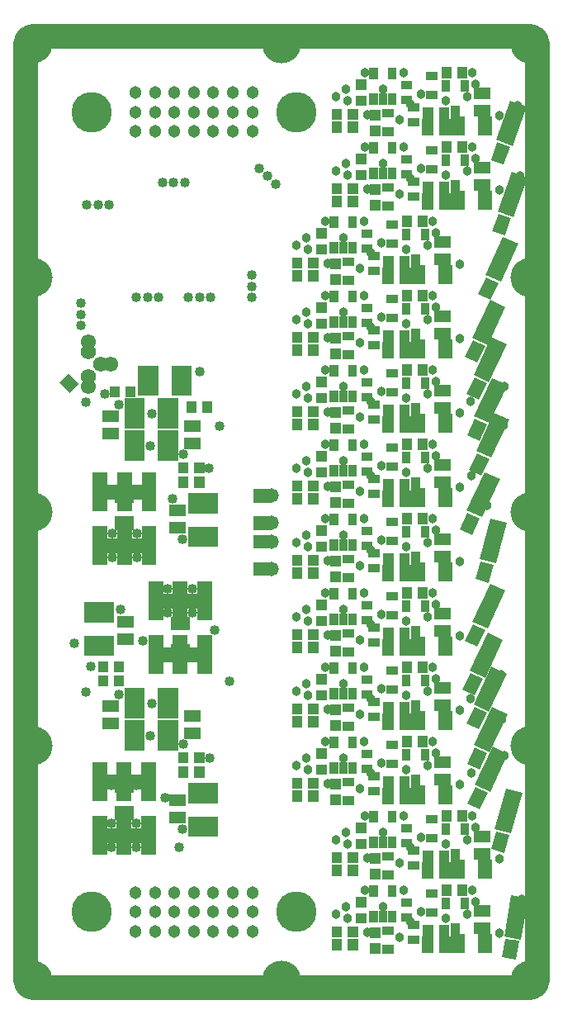
<source format=gbr>
G04 start of page 10 for group -4063 idx -4063 *
G04 Title: HETPREAMPS, componentmask *
G04 Creator: pcb 1.99z *
G04 CreationDate: Mi 04 Jun 2014 09:27:22 GMT UTC *
G04 For: stephan *
G04 Format: Gerber/RS-274X *
G04 PCB-Dimensions (mil): 2952.76 4724.41 *
G04 PCB-Coordinate-Origin: lower left *
%MOIN*%
%FSLAX25Y25*%
%LNTOPMASK*%
%ADD157R,0.0820X0.0820*%
%ADD156R,0.0594X0.0594*%
%ADD155C,0.0984*%
%ADD154R,0.0560X0.0560*%
%ADD153R,0.0460X0.0460*%
%ADD152C,0.0001*%
%ADD151R,0.0340X0.0340*%
%ADD150R,0.0410X0.0410*%
%ADD149C,0.0610*%
%ADD148C,0.0580*%
%ADD147C,0.0400*%
%ADD146C,0.0380*%
%ADD145C,0.0613*%
%ADD144C,0.1575*%
%ADD143C,0.0531*%
%ADD142C,0.1635*%
%ADD141C,0.0513*%
G54D141*X112204Y82678D03*
X120078D03*
X127952D03*
X135826D03*
X88582D03*
X96456D03*
X104330D03*
X135826Y66930D03*
Y74804D03*
X127952Y66930D03*
G54D142*X153543Y74804D03*
G54D141*X88582D03*
X96456Y66930D03*
X104330D03*
X112204D03*
X120078D03*
X88582D03*
X96456Y74804D03*
X104330D03*
X112204D03*
X120078D03*
X127952D03*
G54D142*X70865D03*
G54D143*X58071Y44291D03*
X65945D03*
X73819D03*
X81693D03*
X89567D03*
X97441D03*
X105315D03*
G54D144*X47244Y47244D03*
G54D143*X113189Y44291D03*
X121063D03*
X128937D03*
X136811D03*
G54D144*X147638Y47244D03*
G54D143*X44291Y59055D03*
Y66929D03*
Y74803D03*
Y82677D03*
Y90551D03*
Y98425D03*
Y106299D03*
Y114173D03*
Y122047D03*
G54D142*X153543Y397638D03*
G54D143*X158465Y428150D03*
X166339D03*
G54D144*X147638Y425197D03*
G54D141*X112204Y389764D03*
Y397638D03*
X104330Y389764D03*
Y397638D03*
Y405512D03*
G54D143*X105315Y428150D03*
G54D141*X96456Y389764D03*
Y397638D03*
Y405512D03*
G54D143*X97441Y428150D03*
G54D141*X88582Y389764D03*
Y397638D03*
G54D142*X70865D03*
G54D141*X88582Y405512D03*
G54D143*X58071Y428150D03*
X65945D03*
X73819D03*
X81693D03*
X89567D03*
G54D141*X112204Y405512D03*
G54D143*X113189Y428150D03*
X121063D03*
X128937D03*
X136811D03*
G54D141*X135826Y389764D03*
X127952D03*
X135826Y397638D03*
X120078Y389764D03*
X127952Y397638D03*
X120078D03*
X127952Y405512D03*
X120078D03*
X135826D03*
G54D143*X250984Y389764D03*
Y397638D03*
Y405512D03*
Y413386D03*
X174213Y428150D03*
X182087D03*
X189961D03*
X197835D03*
X205709D03*
X213583D03*
X221457D03*
X229331D03*
X237205D03*
G54D144*X248031Y425197D03*
G54D143*X158465Y44291D03*
X166339D03*
X174213D03*
X182087D03*
X189961D03*
X197835D03*
X205709D03*
X213583D03*
X221457D03*
X229331D03*
X237205D03*
X250984Y59055D03*
Y66929D03*
Y74803D03*
Y82677D03*
Y90551D03*
Y98425D03*
G54D144*X248031Y47244D03*
G54D143*X250984Y106299D03*
Y114173D03*
Y122047D03*
Y129921D03*
Y153543D03*
Y161417D03*
Y169291D03*
Y177165D03*
G54D144*X248031Y141732D03*
G54D143*X250984Y185039D03*
Y192913D03*
Y200787D03*
Y208661D03*
Y216535D03*
Y224409D03*
Y248031D03*
G54D144*X248031Y236220D03*
G54D143*X250984Y255906D03*
Y263780D03*
Y271654D03*
Y279528D03*
Y287402D03*
Y295276D03*
Y303150D03*
Y311024D03*
Y318898D03*
G54D144*X248031Y330709D03*
G54D143*X250984Y342520D03*
Y350394D03*
Y358268D03*
Y366142D03*
Y374016D03*
Y381890D03*
X44291Y129921D03*
Y153543D03*
Y161417D03*
Y169291D03*
Y177165D03*
Y185039D03*
Y192913D03*
Y200787D03*
G54D144*X47244Y141732D03*
G54D143*X44291Y208661D03*
Y216535D03*
Y224409D03*
Y248031D03*
G54D144*X47244Y236220D03*
Y330709D03*
G54D145*X69500Y290941D03*
X74500Y295941D03*
X69500Y300941D03*
G54D144*X47244Y425197D03*
G54D143*X44291Y255906D03*
Y263780D03*
Y271654D03*
Y279528D03*
Y287402D03*
Y295276D03*
Y303150D03*
Y311024D03*
Y318898D03*
Y342520D03*
Y350394D03*
Y358268D03*
Y366142D03*
Y374016D03*
Y381890D03*
Y389764D03*
Y397638D03*
Y405512D03*
Y413386D03*
G54D146*X237500Y137941D03*
X210000Y138941D03*
X219500Y156191D03*
X188000Y134691D03*
X198000Y132191D03*
X206500Y133691D03*
X183750Y130941D03*
X240500Y120441D03*
X244750Y79691D03*
X235500Y96191D03*
X195250Y64441D03*
X235500Y66191D03*
X224500Y83441D03*
X197000D03*
X222500Y73691D03*
X226000Y78941D03*
X214000Y72191D03*
X204000Y74691D03*
Y104691D03*
X195250Y94441D03*
X199750Y100941D03*
X214000Y102191D03*
X224500Y113441D03*
X226000Y108941D03*
X222500Y103691D03*
X219500Y126191D03*
X199750Y70941D03*
X182250Y66441D03*
X188750Y76691D03*
X197000Y113441D03*
X188750Y106691D03*
X182250Y96441D03*
X181250Y83441D03*
X173500Y76941D03*
X174250Y72191D03*
X169750Y73691D03*
Y103691D03*
X174250Y102191D03*
X173500Y106941D03*
X181250Y113441D03*
X179250Y124441D03*
G54D147*X100500Y120691D03*
G54D146*X166250Y126441D03*
G54D147*X108000Y142441D03*
X118500Y136941D03*
X107500Y108191D03*
X89000Y110441D03*
X106250Y100941D03*
X89000Y100691D03*
X94750Y145941D03*
X79000Y100691D03*
Y110441D03*
G54D146*X224000Y280941D03*
X224250Y250941D03*
Y130941D03*
X224000Y160941D03*
X237500Y286941D03*
X237250Y271191D03*
X230750Y238941D03*
X234250Y229441D03*
X233250Y202691D03*
X232250Y182941D03*
X236250Y170441D03*
X236500Y152441D03*
X243000Y400191D03*
X244000Y371691D03*
X238750Y342691D03*
X233500Y317191D03*
X234000Y302191D03*
X235500Y366191D03*
Y396191D03*
X224500Y383441D03*
Y413441D03*
X226000Y408941D03*
X222500Y403691D03*
X226000Y378941D03*
X222500Y373691D03*
X153750Y133691D03*
Y163691D03*
X158250Y162191D03*
Y132191D03*
X157500Y136941D03*
X172750Y136691D03*
X157500Y166941D03*
X165250Y173441D03*
X172750Y166691D03*
X166250Y156441D03*
G54D147*X79000Y125941D03*
X89000D03*
X126500Y167941D03*
X70750Y173691D03*
X68500Y163441D03*
X82000Y162441D03*
X95250Y158941D03*
G54D146*X181000Y143441D03*
X208500D03*
X165250D03*
X181000Y173441D03*
X208500D03*
X179250Y154441D03*
X188000Y164691D03*
X198000Y162191D03*
X210000Y168941D03*
X206500Y163691D03*
X183750Y160941D03*
X153750Y193691D03*
X158250Y192191D03*
X157500Y196941D03*
X165250Y203441D03*
X172750Y196691D03*
X166250Y186441D03*
X181000Y203441D03*
X179250Y184441D03*
X181000Y233441D03*
X179250Y214441D03*
X153750Y223691D03*
X158250Y222191D03*
X157500Y226941D03*
X165250Y233441D03*
X172750Y226691D03*
X166250Y216441D03*
G54D148*X143500Y213191D03*
Y224191D03*
Y231691D03*
Y242691D03*
G54D147*X82500Y196691D03*
X64000Y183191D03*
X91500Y184191D03*
X115000Y178691D03*
X120750Y188441D03*
X112250Y178691D03*
X111750Y195441D03*
Y205191D03*
X101750D03*
X107500Y225191D03*
X101750Y195441D03*
X79750Y243691D03*
X79250Y217691D03*
Y227441D03*
X89000Y243691D03*
X89250Y227441D03*
Y217691D03*
X103500Y241441D03*
X108000Y259441D03*
X94750Y262941D03*
X118250Y253941D03*
X122500Y270691D03*
G54D146*X219500Y186191D03*
Y216191D03*
Y246191D03*
Y276191D03*
X188000Y194691D03*
X198000Y192191D03*
X208500Y203441D03*
X210000Y198941D03*
X206500Y193691D03*
X183750Y190941D03*
X210000Y228941D03*
X206500Y223691D03*
X153750Y253691D03*
Y283691D03*
X158250Y282191D03*
Y252191D03*
X157500Y256941D03*
X165250Y263441D03*
X172750Y256691D03*
X166250Y246441D03*
X181000Y263441D03*
X179250Y244441D03*
X181000Y293441D03*
X179250Y274441D03*
X188000Y224691D03*
X183750Y220941D03*
X188000Y254691D03*
X183750Y250941D03*
X188000Y284691D03*
X183750Y280941D03*
X198000Y222191D03*
Y252191D03*
Y282191D03*
X208500Y233441D03*
Y263441D03*
X210000Y258941D03*
X206500Y253691D03*
X208500Y293441D03*
X210000Y288941D03*
X206500Y283691D03*
X157500Y286941D03*
X153750Y313691D03*
X158250Y312191D03*
X157500Y316941D03*
X153750Y343691D03*
X158250Y342191D03*
X165250Y293441D03*
X166250Y276441D03*
X165250Y323441D03*
X166250Y306441D03*
Y336441D03*
X172750Y286691D03*
Y316691D03*
X181000Y323441D03*
X179250Y304441D03*
X181000Y353441D03*
X179250Y334441D03*
X219500Y306191D03*
Y336191D03*
X188000Y314691D03*
X183750Y310941D03*
X188000Y344691D03*
X183750Y340941D03*
X198000Y312191D03*
X208500Y323441D03*
X210000Y318941D03*
X206500Y313691D03*
X198000Y342191D03*
X208500Y353441D03*
X210000Y348941D03*
X206500Y343691D03*
X157500Y346941D03*
X172750Y346691D03*
X165250Y353441D03*
X169750Y373691D03*
X174250Y372191D03*
X173500Y376941D03*
X169750Y403691D03*
X174250Y402191D03*
X173500Y406941D03*
G54D147*X138750Y374691D03*
X142000Y371691D03*
X145250Y368441D03*
G54D146*X197000Y383441D03*
X195250Y364441D03*
X181250Y383441D03*
X188750Y376691D03*
X182250Y366441D03*
X204000Y374691D03*
X214000Y372191D03*
X199750Y370941D03*
X197000Y413441D03*
X204000Y404691D03*
X188750Y406691D03*
X199750Y400941D03*
X214000Y402191D03*
X195250Y394441D03*
X182250Y396441D03*
X181250Y413441D03*
G54D147*X108500Y369191D03*
X104000D03*
X99500D03*
X78000Y360191D03*
X73500D03*
X69000D03*
X119000Y322691D03*
X135500D03*
Y327191D03*
Y331691D03*
X114500Y322691D03*
Y292691D03*
X110000Y322691D03*
X98000D03*
X93500D03*
X89000D03*
X66500Y311441D03*
Y315941D03*
Y320441D03*
X82000Y279441D03*
X95250Y275941D03*
X68500Y280441D03*
X76250Y283691D03*
G54D149*X69500Y286941D03*
Y304941D03*
X78500Y295941D03*
G54D150*X170050Y396891D02*Y396491D01*
X176450Y396891D02*Y396491D01*
X185300Y396391D02*X185700D01*
X170050Y391641D02*Y391241D01*
X185300Y389991D02*X185700D01*
G54D151*X190100Y389691D02*X191300D01*
X190100Y397291D02*X191300D01*
G54D150*X176450Y391641D02*Y391241D01*
Y361641D02*Y361241D01*
Y366891D02*Y366491D01*
X179550Y372241D02*X179950D01*
X179550Y378641D02*X179950D01*
G54D151*X191700Y352191D02*X192900D01*
G54D150*X185300Y366391D02*X185700D01*
X185300Y359991D02*X185700D01*
G54D151*X176400Y353741D02*Y352541D01*
X168800Y353741D02*Y352541D01*
G54D150*X170050Y361641D02*Y361241D01*
Y366891D02*Y366491D01*
G54D151*X190100Y359691D02*X191300D01*
X190100Y367291D02*X191300D01*
X192400Y383741D02*Y382541D01*
X184800Y373541D02*Y372341D01*
X188600Y373541D02*Y372341D01*
X192400Y373541D02*Y372341D01*
X184800Y383741D02*Y382541D01*
G54D150*X179550Y402241D02*X179950D01*
X179550Y408641D02*X179950D01*
G54D151*X192400Y413741D02*Y412541D01*
X184800Y403541D02*Y402341D01*
X188600Y403541D02*Y402341D01*
X192400Y403541D02*Y402341D01*
X184800Y413741D02*Y412541D01*
G54D152*G36*
X232131Y378333D02*X234706Y385404D01*
X239896Y383513D01*
X237322Y376443D01*
X232131Y378333D01*
G37*
G36*
X234312Y386372D02*X240101Y402275D01*
X246608Y399907D01*
X240819Y384003D01*
X234312Y386372D01*
G37*
G54D153*X227500Y375191D02*X229500D01*
G54D154*X229750Y392941D02*Y390941D01*
G54D153*X227500Y398191D02*X229500D01*
X227500Y405191D02*X229500D01*
G54D152*G36*
X232631Y349583D02*X235206Y356654D01*
X240396Y354763D01*
X237822Y347693D01*
X232631Y349583D01*
G37*
G36*
X234812Y357622D02*X240601Y373525D01*
X247108Y371157D01*
X241319Y355253D01*
X234812Y357622D01*
G37*
G54D154*X229750Y362941D02*Y360941D01*
G54D153*X227500Y368191D02*X229500D01*
G54D150*X204700Y353641D02*Y353241D01*
X198300Y353641D02*Y353241D01*
X206800Y367391D02*Y366991D01*
G54D151*X200300Y369491D02*X201500D01*
G54D154*X218750Y362941D02*Y360941D01*
G54D150*X213200Y367391D02*Y366991D01*
G54D153*X213500Y362441D02*Y360441D01*
G54D151*X217800Y368641D02*Y367441D01*
G54D153*X206500Y362441D02*Y360441D01*
G54D151*X197500Y372391D02*X198700D01*
X200300Y363491D02*X201500D01*
X221600Y378841D02*Y377641D01*
G54D150*X220700Y383641D02*Y383241D01*
G54D151*X214000Y378841D02*Y377641D01*
G54D150*X214300Y383641D02*Y383241D01*
G54D151*X207700Y382191D02*X208900D01*
X207700Y374591D02*X208900D01*
X197500Y378391D02*X198700D01*
G54D150*X213200Y397391D02*Y396991D01*
G54D151*X214000Y408841D02*Y407641D01*
G54D154*X218750Y392941D02*Y390941D01*
G54D153*X213500Y392441D02*Y390441D01*
X206500Y392441D02*Y390441D01*
G54D150*X206800Y397391D02*Y396991D01*
G54D151*X197500Y402391D02*X198700D01*
X200300Y393491D02*X201500D01*
X200300Y399491D02*X201500D01*
G54D150*X220700Y413641D02*Y413241D01*
X214300Y413641D02*Y413241D01*
G54D151*X207700Y412191D02*X208900D01*
X197500Y408391D02*X198700D01*
X207700Y404591D02*X208900D01*
X221600Y408841D02*Y407641D01*
X217800Y398641D02*Y397441D01*
G54D155*X47244Y428150D02*X248031D01*
G54D150*X154050Y181641D02*Y181241D01*
Y186891D02*Y186491D01*
Y126891D02*Y126491D01*
Y156891D02*Y156491D01*
Y151641D02*Y151241D01*
Y121641D02*Y121241D01*
X160450Y181641D02*Y181241D01*
Y186891D02*Y186491D01*
G54D151*X168800Y133541D02*Y132341D01*
G54D150*X169300Y119991D02*X169700D01*
G54D151*X172600Y133541D02*Y132341D01*
G54D150*X169300Y126391D02*X169700D01*
X163550Y132241D02*X163950D01*
X163550Y138641D02*X163950D01*
G54D151*X172600Y163541D02*Y162341D01*
G54D150*X163550Y162241D02*X163950D01*
X163550Y168641D02*X163950D01*
X169300Y156391D02*X169700D01*
X169300Y149991D02*X169700D01*
G54D151*X168800Y173741D02*Y172541D01*
G54D150*X169300Y179991D02*X169700D01*
G54D151*X174100Y179691D02*X175300D01*
G54D150*X160450Y126891D02*Y126491D01*
Y156891D02*Y156491D01*
Y151641D02*Y151241D01*
Y121641D02*Y121241D01*
G54D152*G36*
X225649Y126266D02*X232802Y141605D01*
X239077Y138678D01*
X231925Y123340D01*
X225649Y126266D01*
G37*
G36*
X222526Y134448D02*X225706Y141268D01*
X230713Y138933D01*
X227532Y132113D01*
X222526Y134448D01*
G37*
G36*
X222276Y150698D02*X225456Y157518D01*
X230463Y155183D01*
X227282Y148363D01*
X222276Y150698D01*
G37*
G36*
X225399Y142266D02*X232552Y157605D01*
X238827Y154678D01*
X231675Y139340D01*
X225399Y142266D01*
G37*
G54D153*X211500Y135191D02*X213500D01*
G54D154*X213750Y152941D02*Y150941D01*
G54D151*X197500Y108391D02*X198700D01*
X214000Y108841D02*Y107641D01*
G54D150*X220700Y113641D02*Y113241D01*
X214300Y113641D02*Y113241D01*
G54D151*X207700Y112191D02*X208900D01*
X192400Y113741D02*Y112541D01*
X221600Y108841D02*Y107641D01*
X198000Y138841D02*Y137641D01*
G54D150*X204700Y143641D02*Y143241D01*
X198300Y143641D02*Y143241D01*
G54D154*X202750Y152941D02*Y150941D01*
G54D153*X197500Y152441D02*Y150441D01*
X190500Y152441D02*Y150441D01*
G54D151*X184300Y153491D02*X185500D01*
X191700Y134591D02*X192900D01*
X205600Y138841D02*Y137641D01*
X191700Y142191D02*X192900D01*
G54D150*X190800Y127391D02*Y126991D01*
G54D154*X213750Y122941D02*Y120941D01*
G54D153*X211500Y128191D02*X213500D01*
G54D154*X202750Y122941D02*Y120941D01*
G54D150*X197200Y127391D02*Y126991D01*
G54D153*X197500Y122441D02*Y120441D01*
X190500Y122441D02*Y120441D01*
G54D151*X201800Y128641D02*Y127441D01*
G54D152*G36*
X225149Y158516D02*X232302Y173855D01*
X238577Y170928D01*
X231425Y155590D01*
X225149Y158516D01*
G37*
G36*
X220776Y164448D02*X223956Y171268D01*
X228963Y168933D01*
X225782Y162113D01*
X220776Y164448D01*
G37*
G54D153*X211500Y158191D02*X213500D01*
G54D150*X197200Y157391D02*Y156991D01*
G54D151*X198000Y168841D02*Y167641D01*
G54D150*X198300Y173641D02*Y173241D01*
G54D153*X197500Y182441D02*Y180441D01*
G54D151*X191700Y172191D02*X192900D01*
G54D153*X190500Y182441D02*Y180441D01*
G54D151*X191700Y164591D02*X192900D01*
G54D150*X190800Y157391D02*Y156991D01*
G54D152*G36*
X223649Y172266D02*X230802Y187605D01*
X237077Y184678D01*
X229925Y169340D01*
X223649Y172266D01*
G37*
G54D151*X201800Y158641D02*Y157441D01*
X205600Y168841D02*Y167641D01*
G54D150*X204700Y173641D02*Y173241D01*
G54D153*X211500Y165191D02*X213500D01*
G54D154*X213750Y182941D02*Y180941D01*
X202750Y182941D02*Y180941D01*
G54D151*X184800Y113741D02*Y112541D01*
G54D150*X179550Y108641D02*X179950D01*
G54D151*X176400Y143741D02*Y142541D01*
X174100Y149691D02*X175300D01*
X176400Y133541D02*Y132341D01*
X181500Y138391D02*X182700D01*
X181500Y132391D02*X182700D01*
X174100Y119691D02*X175300D01*
X174100Y127291D02*X175300D01*
X184300Y123491D02*X185500D01*
X184300Y129491D02*X185500D01*
X168800Y143741D02*Y142541D01*
X181500Y168391D02*X182700D01*
X184300Y183491D02*X185500D01*
X168800Y163541D02*Y162341D01*
X176400Y163541D02*Y162341D01*
X181500Y162391D02*X182700D01*
X184300Y159491D02*X185500D01*
X176400Y173741D02*Y172541D01*
X174100Y157291D02*X175300D01*
G54D154*X105750Y180191D02*X107750D01*
G54D156*X106750Y183535D02*Y173693D01*
X116593Y183535D02*Y173693D01*
X98876Y178614D02*X114624D01*
G54D153*X83500Y184941D02*X85500D01*
G54D157*X72000Y182191D02*X76000D01*
G54D150*X81950Y173891D02*Y173491D01*
X75550Y173891D02*Y173491D01*
Y168141D02*Y167741D01*
X81950Y168141D02*Y167741D01*
G54D156*X96907Y183535D02*Y173693D01*
G54D153*X77500Y157941D02*X79500D01*
X77500Y150941D02*X79500D01*
G54D157*X88250Y160941D02*Y156941D01*
G54D150*X108050Y131391D02*Y130991D01*
X114450Y131391D02*Y130991D01*
X108050Y137141D02*Y136741D01*
X114450Y137141D02*Y136741D01*
G54D153*X110500Y146941D02*X112500D01*
X110500Y153941D02*X112500D01*
G54D157*X101750Y160941D02*Y156941D01*
G54D156*X74157Y132189D02*Y122346D01*
G54D155*X47244Y44291D02*X248031D01*
G54D157*X101750Y147941D02*Y143941D01*
X88250Y147941D02*Y143941D01*
G54D154*X83000Y125691D02*X85000D01*
G54D156*X93843Y132189D02*Y122346D01*
X84000Y132189D02*Y122346D01*
X76126Y127268D02*X91874D01*
G54D154*X83000Y114691D02*X85000D01*
G54D156*X93843Y110535D02*Y100693D01*
X84000Y110535D02*Y100693D01*
X76126Y105614D02*X91874D01*
X74157Y110535D02*Y100693D01*
G54D153*X104500Y119941D02*X106500D01*
G54D157*X114000Y122691D02*X118000D01*
G54D153*X104500Y112941D02*X106500D01*
G54D157*X114000Y109191D02*X118000D01*
G54D152*G36*
X232287Y100045D02*X234235Y107313D01*
X239571Y105883D01*
X237624Y98615D01*
X232287Y100045D01*
G37*
G54D153*X227500Y105191D02*X229500D01*
G54D154*X229750Y92941D02*Y90941D01*
G54D153*X227500Y98191D02*X229500D01*
G54D155*X250984Y425197D02*Y47244D01*
G54D152*G36*
X233760Y108243D02*X238140Y124591D01*
X244828Y122799D01*
X240448Y106451D01*
X233760Y108243D01*
G37*
G36*
X222776Y118448D02*X225956Y125268D01*
X230963Y122933D01*
X227782Y116113D01*
X222776Y118448D01*
G37*
G54D154*X218750Y92941D02*Y90941D01*
G54D151*X217800Y98641D02*Y97441D01*
G54D152*G36*
X236737Y56587D02*X238045Y63998D01*
X243485Y63037D01*
X242177Y55627D01*
X236737Y56587D01*
G37*
G36*
X237489Y64883D02*X240428Y81550D01*
X247247Y80347D01*
X244308Y63680D01*
X237489Y64883D01*
G37*
G54D151*X221600Y78841D02*Y77641D01*
G54D153*X227500Y75191D02*X229500D01*
G54D151*X217800Y68641D02*Y67441D01*
G54D153*X227500Y68191D02*X229500D01*
G54D154*X218750Y62941D02*Y60941D01*
X229750Y62941D02*Y60941D01*
G54D150*X170050Y91641D02*Y91241D01*
Y96891D02*Y96491D01*
X176450Y91641D02*Y91241D01*
Y96891D02*Y96491D01*
X185300Y96391D02*X185700D01*
X185300Y89991D02*X185700D01*
G54D151*X190100Y89691D02*X191300D01*
X190100Y97291D02*X191300D01*
G54D150*X170050Y61641D02*Y61241D01*
X176450Y61641D02*Y61241D01*
X170050Y66891D02*Y66491D01*
X176450Y66891D02*Y66491D01*
X179550Y72241D02*X179950D01*
X179550Y78641D02*X179950D01*
G54D151*X190100Y67291D02*X191300D01*
X190100Y59691D02*X191300D01*
G54D150*X185300Y59991D02*X185700D01*
X185300Y66391D02*X185700D01*
G54D151*X184800Y73541D02*Y72341D01*
X188600Y73541D02*Y72341D01*
X192400Y73541D02*Y72341D01*
Y83741D02*Y82541D01*
X184800Y83741D02*Y82541D01*
X200300Y69491D02*X201500D01*
X197500Y78391D02*X198700D01*
X197500Y72391D02*X198700D01*
X200300Y63491D02*X201500D01*
X214000Y78841D02*Y77641D01*
G54D153*X213500Y62441D02*Y60441D01*
G54D150*X213200Y67391D02*Y66991D01*
G54D151*X207700Y74591D02*X208900D01*
G54D153*X206500Y62441D02*Y60441D01*
G54D150*X206800Y67391D02*Y66991D01*
G54D151*X188600Y103541D02*Y102341D01*
X192400Y103541D02*Y102341D01*
X197500Y102391D02*X198700D01*
G54D150*X179550Y102241D02*X179950D01*
G54D151*X200300Y93491D02*X201500D01*
X200300Y99491D02*X201500D01*
X184800Y103541D02*Y102341D01*
X207700Y82191D02*X208900D01*
G54D150*X220700Y83641D02*Y83241D01*
X214300Y83641D02*Y83241D01*
X206800Y97391D02*Y96991D01*
G54D153*X206500Y92441D02*Y90441D01*
G54D150*X213200Y97391D02*Y96991D01*
G54D153*X213500Y92441D02*Y90441D01*
G54D151*X207700Y104591D02*X208900D01*
G54D155*X44291Y425197D02*Y47244D01*
G54D152*G36*
X61500Y292096D02*X65655Y287941D01*
X62000Y284286D01*
X57845Y288441D01*
X61500Y292096D01*
G37*
G54D153*X77500Y274941D02*X79500D01*
X77500Y267941D02*X79500D01*
G54D156*X74407Y227535D02*Y217693D01*
X84250Y249189D02*Y239346D01*
Y227535D02*Y217693D01*
X74407Y249189D02*Y239346D01*
G54D154*X105750Y191191D02*X107750D01*
G54D156*X106750Y205189D02*Y195346D01*
G54D154*X83250Y242691D02*X85250D01*
G54D156*X94093Y249189D02*Y239346D01*
X76376Y244268D02*X92124D01*
G54D154*X83250Y231691D02*X85250D01*
G54D153*X83500Y191941D02*X85500D01*
G54D157*X72000Y195691D02*X76000D01*
G54D156*X94093Y227535D02*Y217693D01*
X96907Y205189D02*Y195346D01*
X76376Y222614D02*X92124D01*
G54D150*X108050Y254141D02*Y253741D01*
X114450Y254141D02*Y253741D01*
X111300Y278641D02*Y278241D01*
X117700Y278641D02*Y278241D01*
G54D153*X110500Y270941D02*X112500D01*
G54D157*X101750Y277941D02*Y273941D01*
G54D153*X110500Y263941D02*X112500D01*
G54D150*X80300Y284891D02*Y284491D01*
X86700Y284891D02*Y284491D01*
G54D157*X88250Y277941D02*Y273941D01*
G54D153*X104500Y236941D02*X106500D01*
X104500Y229941D02*X106500D01*
G54D157*X107250Y291191D02*Y287191D01*
X93750Y291191D02*Y287191D01*
G54D150*X108050Y248391D02*Y247991D01*
G54D157*X101750Y264941D02*Y260941D01*
X88250Y264941D02*Y260941D01*
X114000Y239691D02*X118000D01*
X114000Y226191D02*X118000D01*
G54D150*X114450Y248391D02*Y247991D01*
G54D156*X116593Y205189D02*Y195346D01*
X98876Y200268D02*X114624D01*
G54D154*X139000Y213191D02*X141000D01*
X139000Y224191D02*X141000D01*
X139000Y231691D02*X141000D01*
X139000Y242691D02*X141000D01*
G54D150*X154050Y211641D02*Y211241D01*
Y241641D02*Y241241D01*
Y246891D02*Y246491D01*
Y216891D02*Y216491D01*
X160450Y211641D02*Y211241D01*
Y241641D02*Y241241D01*
Y246891D02*Y246491D01*
Y216891D02*Y216491D01*
G54D151*X168800Y223541D02*Y222341D01*
G54D150*X163550Y222241D02*X163950D01*
X163550Y228641D02*X163950D01*
G54D151*X176400Y203741D02*Y202541D01*
X168800Y203741D02*Y202541D01*
X181500Y198391D02*X182700D01*
X184300Y213491D02*X185500D01*
G54D150*X163550Y192241D02*X163950D01*
X169300Y186391D02*X169700D01*
G54D151*X174100Y187291D02*X175300D01*
X184300Y189491D02*X185500D01*
X168800Y193541D02*Y192341D01*
X172600Y193541D02*Y192341D01*
G54D150*X163550Y198641D02*X163950D01*
G54D151*X176400Y193541D02*Y192341D01*
X181500Y192391D02*X182700D01*
X172600Y223541D02*Y222341D01*
G54D150*X169300Y216391D02*X169700D01*
X169300Y209991D02*X169700D01*
G54D151*X174100Y209691D02*X175300D01*
X174100Y217291D02*X175300D01*
X176400Y223541D02*Y222341D01*
X181500Y228391D02*X182700D01*
X181500Y222391D02*X182700D01*
X184300Y219491D02*X185500D01*
X176400Y233741D02*Y232541D01*
X168800Y233741D02*Y232541D01*
G54D150*X169300Y246391D02*X169700D01*
X169300Y239991D02*X169700D01*
G54D151*X174100Y239691D02*X175300D01*
X184300Y243491D02*X185500D01*
G54D152*G36*
X221776Y184198D02*X224956Y191018D01*
X229963Y188683D01*
X226782Y181863D01*
X221776Y184198D01*
G37*
G36*
X224649Y192016D02*X231802Y207355D01*
X238077Y204428D01*
X230925Y189090D01*
X224649Y192016D01*
G37*
G36*
X219526Y229198D02*X222706Y236018D01*
X227713Y233683D01*
X224532Y226863D01*
X219526Y229198D01*
G37*
G54D151*X205600Y198841D02*Y197641D01*
G54D153*X211500Y195191D02*X213500D01*
X211500Y188191D02*X213500D01*
G54D151*X198000Y198841D02*Y197641D01*
G54D150*X204700Y203641D02*Y203241D01*
X198300Y203641D02*Y203241D01*
G54D151*X201800Y188641D02*Y187441D01*
G54D150*X190800Y187391D02*Y186991D01*
X197200Y187391D02*Y186991D01*
G54D151*X191700Y202191D02*X192900D01*
X191700Y194591D02*X192900D01*
X201800Y218641D02*Y217441D01*
X191700Y232191D02*X192900D01*
X191700Y224591D02*X192900D01*
G54D150*X204700Y233641D02*Y233241D01*
G54D154*X202750Y242941D02*Y240941D01*
X213750Y242941D02*Y240941D01*
G54D150*X198300Y233641D02*Y233241D01*
G54D153*X197500Y242441D02*Y240441D01*
X190500Y242441D02*Y240441D01*
G54D152*G36*
X226037Y209045D02*X227985Y216313D01*
X233321Y214883D01*
X231374Y207615D01*
X226037Y209045D01*
G37*
G36*
X227510Y217243D02*X231890Y233591D01*
X238578Y231799D01*
X234198Y215451D01*
X227510Y217243D01*
G37*
G54D154*X213750Y212941D02*Y210941D01*
G54D152*G36*
X222399Y237016D02*X229552Y252355D01*
X235827Y249428D01*
X228675Y234090D01*
X222399Y237016D01*
G37*
G54D153*X211500Y248191D02*X213500D01*
G54D150*X197200Y247391D02*Y246991D01*
G54D151*X201800Y248641D02*Y247441D01*
G54D150*X190800Y247391D02*Y246991D01*
G54D154*X202750Y212941D02*Y210941D01*
G54D150*X197200Y217391D02*Y216991D01*
G54D153*X211500Y218191D02*X213500D01*
X211500Y225191D02*X213500D01*
X197500Y212441D02*Y210441D01*
G54D151*X198000Y228841D02*Y227641D01*
X205600Y228841D02*Y227641D01*
G54D150*X190800Y217391D02*Y216991D01*
G54D153*X190500Y212441D02*Y210441D01*
G54D150*X154050Y271641D02*Y271241D01*
X160450Y271641D02*Y271241D01*
X154050Y276891D02*Y276491D01*
X160450Y276891D02*Y276491D01*
G54D151*X174100Y277291D02*X175300D01*
X168800Y263741D02*Y262541D01*
X174100Y269691D02*X175300D01*
X184300Y273491D02*X185500D01*
X176400Y253541D02*Y252341D01*
X181500Y252391D02*X182700D01*
X184300Y249491D02*X185500D01*
X168800Y253541D02*Y252341D01*
X172600Y253541D02*Y252341D01*
X174100Y247291D02*X175300D01*
G54D150*X163550Y252241D02*X163950D01*
X163550Y258641D02*X163950D01*
X154050Y331641D02*Y331241D01*
X160450Y331641D02*Y331241D01*
X154050Y336891D02*Y336491D01*
X160450Y336891D02*Y336491D01*
X163550Y342241D02*X163950D01*
X163550Y348641D02*X163950D01*
X154050Y301641D02*Y301241D01*
X160450Y301641D02*Y301241D01*
X163550Y282241D02*X163950D01*
X163550Y288641D02*X163950D01*
X154050Y306891D02*Y306491D01*
X160450Y306891D02*Y306491D01*
X163550Y312241D02*X163950D01*
X163550Y318641D02*X163950D01*
G54D151*X191700Y344591D02*X192900D01*
X181500Y348391D02*X182700D01*
X181500Y342391D02*X182700D01*
X174100Y337291D02*X175300D01*
G54D150*X190800Y337391D02*Y336991D01*
G54D153*X190500Y332441D02*Y330441D01*
G54D151*X184300Y333491D02*X185500D01*
X184300Y339491D02*X185500D01*
X176400Y343541D02*Y342341D01*
G54D150*X169300Y336391D02*X169700D01*
G54D151*X168800Y343541D02*Y342341D01*
X172600Y343541D02*Y342341D01*
G54D150*X169300Y329991D02*X169700D01*
G54D151*X174100Y329691D02*X175300D01*
G54D152*G36*
X227026Y324198D02*X230206Y331018D01*
X235213Y328683D01*
X232032Y321863D01*
X227026Y324198D01*
G37*
G36*
X229899Y332016D02*X237052Y347355D01*
X243327Y344428D01*
X236175Y329090D01*
X229899Y332016D01*
G37*
G36*
X225149Y291516D02*X232302Y306855D01*
X238577Y303928D01*
X231425Y288590D01*
X225149Y291516D01*
G37*
G36*
X224649Y306516D02*X231802Y321855D01*
X238077Y318928D01*
X230925Y303590D01*
X224649Y306516D01*
G37*
G36*
X222276Y283698D02*X225456Y290518D01*
X230463Y288183D01*
X227282Y281363D01*
X222276Y283698D01*
G37*
G36*
X221776Y298698D02*X224956Y305518D01*
X229963Y303183D01*
X226782Y296363D01*
X221776Y298698D01*
G37*
G36*
X225399Y275016D02*X232552Y290355D01*
X238827Y287428D01*
X231675Y272090D01*
X225399Y275016D01*
G37*
G54D154*X213750Y302941D02*Y300941D01*
G54D153*X211500Y308191D02*X213500D01*
X211500Y315191D02*X213500D01*
G54D154*X213750Y332941D02*Y330941D01*
G54D153*X211500Y338191D02*X213500D01*
G54D152*G36*
X223276Y253198D02*X226456Y260018D01*
X231463Y257683D01*
X228282Y250863D01*
X223276Y253198D01*
G37*
G36*
X226149Y261016D02*X233302Y276355D01*
X239577Y273428D01*
X232425Y258090D01*
X226149Y261016D01*
G37*
G36*
X222526Y267198D02*X225706Y274018D01*
X230713Y271683D01*
X227532Y264863D01*
X222526Y267198D01*
G37*
G54D153*X211500Y255191D02*X213500D01*
X211500Y285191D02*X213500D01*
G54D154*X213750Y272941D02*Y270941D01*
G54D153*X211500Y278191D02*X213500D01*
X211500Y345191D02*X213500D01*
G54D154*X202750Y332941D02*Y330941D01*
G54D150*X197200Y337391D02*Y336991D01*
G54D153*X197500Y332441D02*Y330441D01*
G54D151*X198000Y348841D02*Y347641D01*
X201800Y338641D02*Y337441D01*
X205600Y348841D02*Y347641D01*
G54D150*X204700Y263641D02*Y263241D01*
G54D151*X198000Y258841D02*Y257641D01*
X205600Y258841D02*Y257641D01*
X176400Y263741D02*Y262541D01*
G54D150*X198300Y263641D02*Y263241D01*
G54D151*X191700Y262191D02*X192900D01*
X191700Y254591D02*X192900D01*
X181500Y258391D02*X182700D01*
G54D154*X202750Y272941D02*Y270941D01*
G54D151*X201800Y278641D02*Y277441D01*
X191700Y284591D02*X192900D01*
G54D150*X197200Y277391D02*Y276991D01*
G54D153*X197500Y272441D02*Y270441D01*
X190500Y272441D02*Y270441D01*
G54D151*X198000Y288841D02*Y287641D01*
X181500Y288391D02*X182700D01*
X181500Y282391D02*X182700D01*
G54D150*X190800Y277391D02*Y276991D01*
G54D151*X184300Y279491D02*X185500D01*
X176400Y293741D02*Y292541D01*
X168800Y293741D02*Y292541D01*
G54D150*X169300Y276391D02*X169700D01*
X169300Y269991D02*X169700D01*
G54D151*X168800Y283541D02*Y282341D01*
X172600Y283541D02*Y282341D01*
X176400Y283541D02*Y282341D01*
G54D150*X169300Y299991D02*X169700D01*
G54D151*X174100Y299691D02*X175300D01*
X176400Y323741D02*Y322541D01*
X168800Y313541D02*Y312341D01*
X181500Y318391D02*X182700D01*
X181500Y312391D02*X182700D01*
X172600Y313541D02*Y312341D01*
G54D150*X169300Y306391D02*X169700D01*
G54D151*X174100Y307291D02*X175300D01*
X176400Y313541D02*Y312341D01*
X168800Y323741D02*Y322541D01*
G54D150*X204700Y293641D02*Y293241D01*
X198300Y293641D02*Y293241D01*
G54D151*X191700Y292191D02*X192900D01*
X205600Y288841D02*Y287641D01*
G54D154*X202750Y302941D02*Y300941D01*
G54D153*X197500Y302441D02*Y300441D01*
X190500Y302441D02*Y300441D01*
G54D150*X197200Y307391D02*Y306991D01*
G54D151*X201800Y308641D02*Y307441D01*
X205600Y318841D02*Y317641D01*
G54D150*X204700Y323641D02*Y323241D01*
G54D151*X198000Y318841D02*Y317641D01*
G54D150*X198300Y323641D02*Y323241D01*
G54D151*X191700Y322191D02*X192900D01*
X191700Y314591D02*X192900D01*
G54D150*X190800Y307391D02*Y306991D01*
G54D151*X184300Y303491D02*X185500D01*
X184300Y309491D02*X185500D01*
M02*

</source>
